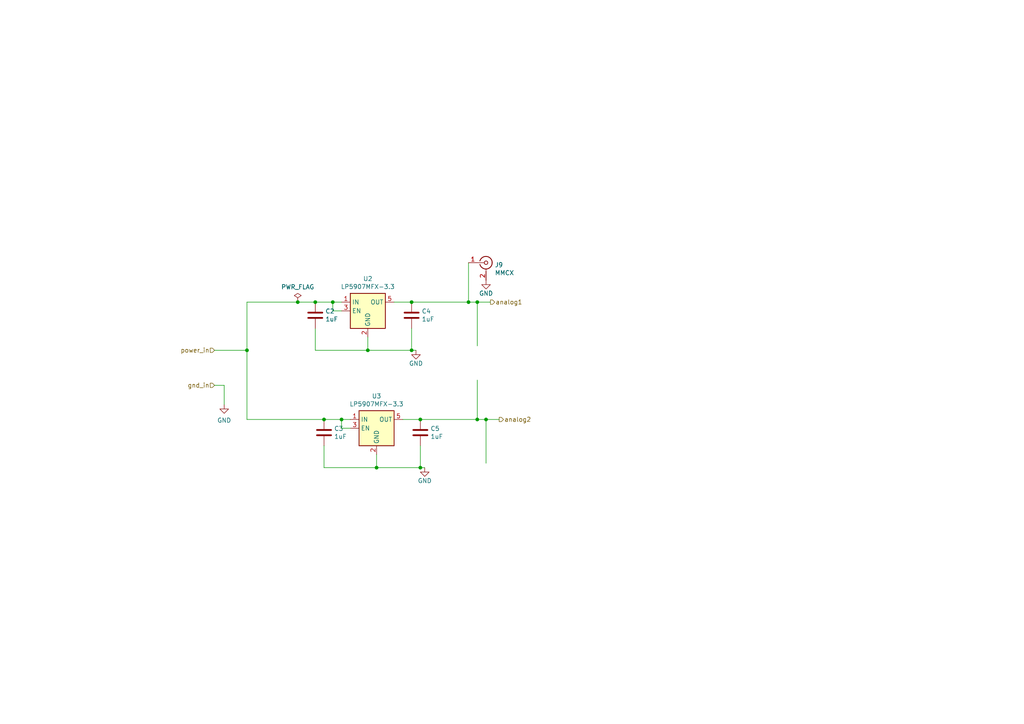
<source format=kicad_sch>
(kicad_sch (version 20211123) (generator eeschema)
  (paper "A4")
  (lib_symbols
    (symbol "0JLC:1uF" (pin_numbers hide) (pin_names (offset 0.254))
      (property "Reference" "C" (at 0.635 2.54 0))
      (property "Value" "0JLC_1uF" (at 0.635 -2.54 0))
      (symbol "1uF_0_1"
        (polyline (pts (xy -2.032 -0.762) (xy 2.032 -0.762)) (stroke (width 0.508)))
        (polyline (pts (xy -2.032 0.762) (xy 2.032 0.762)) (stroke (width 0.508)))
      )
      (symbol "1uF_1_1"
        (pin passive line (at 0 3.81 270) (length 2.794) (name "~") (number "1"))
        (pin passive line (at 0 -3.81 90) (length 2.794) (name "~") (number "2"))
      )
    )
    (symbol "0JLC:LP5907MFX-3.3"
      (property "Reference" "U" (at -3.81 6.35 0))
      (property "Value" "0JLC_LP5907MFX-3.3" (at 6.35 6.35 0))
      (symbol "LP5907MFX-3.3_0_1"
        (rectangle (start -5.08 -5.08) (end 5.08 5.08) (stroke (width 0.254)) (fill (type background)))
        (pin power_in line (at -7.62 2.54 0) (length 2.54) (name "IN") (number "1"))
        (pin power_in line (at 0 -7.62 90) (length 2.54) (name "GND") (number "2"))
        (pin input line (at -7.62 0 0) (length 2.54) (name "EN") (number "3"))
        (pin no_connect line (at 5.08 0 180) (length 2.54) hide (name "NC") (number "4"))
        (pin power_out line (at 7.62 2.54 180) (length 2.54) (name "OUT") (number "5"))
      )
    )
    (symbol "0my_intf:MMCX" (pin_names (offset 1.016) hide)
      (property "Reference" "J" (at 0.254 3.048 0))
      (property "Value" "0my_intf_MMCX" (at 2.921 0 90))
      (symbol "MMCX_0_1"
        (arc (start -1.778 -0.508) (mid 0.2311 -1.8066) (end 1.778 0) (stroke (width 0.254)))
        (polyline (pts (xy -2.54 0) (xy -0.508 0)))
        (polyline (pts (xy 0 -2.54) (xy 0 -1.778)))
        (circle (center 0 0) (radius 0.508) (stroke (width 0.2032)))
        (arc (start 1.778 0) (mid 0.2099 1.8101) (end -1.778 0.508) (stroke (width 0.254)))
      )
      (symbol "MMCX_1_1"
        (pin passive line (at -5.08 0 0) (length 2.54) (name "In") (number "1"))
        (pin passive line (at 0 -5.08 90) (length 2.54) (name "Ext") (number "2"))
      )
    )
    (symbol "power:GND" (power) (pin_names (offset 0))
      (property "Value" "GND" (at 0 -3.81 0))
      (symbol "GND_0_1"
        (polyline (pts (xy 0 0) (xy 0 -1.27) (xy 1.27 -1.27) (xy 0 -2.54) (xy -1.27 -1.27) (xy 0 -1.27)))
      )
      (symbol "GND_1_1"
        (pin power_in line (at 0 0 270) (length 0) hide (name "GND") (number "1"))
      )
    )
    (symbol "power:PWR_FLAG" (power) (pin_numbers hide) (pin_names (offset 0) hide)
      (property "Value" "PWR_FLAG" (at 0 3.81 0))
      (symbol "PWR_FLAG_0_0"
        (pin power_out line (at 0 0 90) (length 0) (name "pwr") (number "1"))
      )
      (symbol "PWR_FLAG_0_1"
        (polyline (pts (xy 0 0) (xy 0 1.27) (xy -1.016 1.905) (xy 0 2.54) (xy 1.016 1.905) (xy 0 1.27)))
      )
    )
  )
  (junction (at 106.68 101.6))
  (junction (at 99.06 121.666))
  (junction (at 121.92 135.636))
  (junction (at 135.89 87.63))
  (junction (at 140.97 121.666))
  (junction (at 96.52 87.63))
  (junction (at 138.43 87.63))
  (junction (at 93.98 121.666))
  (junction (at 109.22 135.636))
  (junction (at 86.36 87.63))
  (junction (at 119.38 87.63))
  (junction (at 121.92 121.666))
  (junction (at 119.38 101.6))
  (junction (at 71.628 101.6))
  (junction (at 138.43 121.666))
  (junction (at 91.44 87.63))
  (wire (pts (xy 121.92 121.666) (xy 116.84 121.666)))
  (wire (pts (xy 99.06 121.666) (xy 99.06 124.206)))
  (wire (pts (xy 121.92 129.286) (xy 121.92 135.636)))
  (wire (pts (xy 93.98 135.636) (xy 93.98 129.286)))
  (wire (pts (xy 86.36 87.63) (xy 91.44 87.63)))
  (wire (pts (xy 62.23 101.6) (xy 71.628 101.6)))
  (wire (pts (xy 91.44 87.63) (xy 96.52 87.63)))
  (wire (pts (xy 99.06 124.206) (xy 101.6 124.206)))
  (wire (pts (xy 106.68 101.6) (xy 91.44 101.6)))
  (wire (pts (xy 62.23 111.76) (xy 65.024 111.76)))
  (wire (pts (xy 138.43 121.666) (xy 140.97 121.666)))
  (wire (pts (xy 71.628 87.63) (xy 86.36 87.63)))
  (wire (pts (xy 96.52 87.63) (xy 96.52 90.17)))
  (wire (pts (xy 109.22 135.636) (xy 121.92 135.636)))
  (wire (pts (xy 71.628 121.666) (xy 93.98 121.666)))
  (wire (pts (xy 96.52 90.17) (xy 99.06 90.17)))
  (wire (pts (xy 119.38 95.25) (xy 119.38 101.6)))
  (wire (pts (xy 96.52 87.63) (xy 99.06 87.63)))
  (wire (pts (xy 135.89 76.2) (xy 135.89 87.63)))
  (wire (pts (xy 138.43 87.63) (xy 142.24 87.63)))
  (wire (pts (xy 71.628 101.6) (xy 71.628 121.666)))
  (wire (pts (xy 135.89 87.63) (xy 138.43 87.63)))
  (wire (pts (xy 109.22 135.636) (xy 93.98 135.636)))
  (wire (pts (xy 140.97 121.666) (xy 144.78 121.666)))
  (wire (pts (xy 91.44 101.6) (xy 91.44 95.25)))
  (wire (pts (xy 109.22 131.826) (xy 109.22 135.636)))
  (wire (pts (xy 119.38 87.63) (xy 135.89 87.63)))
  (wire (pts (xy 138.43 100.33) (xy 138.43 87.63)))
  (wire (pts (xy 119.38 101.6) (xy 120.65 101.6)))
  (wire (pts (xy 138.43 110.236) (xy 138.43 121.666)))
  (wire (pts (xy 121.92 121.666) (xy 138.43 121.666)))
  (wire (pts (xy 93.98 121.666) (xy 99.06 121.666)))
  (wire (pts (xy 99.06 121.666) (xy 101.6 121.666)))
  (wire (pts (xy 140.97 134.366) (xy 140.97 121.666)))
  (wire (pts (xy 106.68 101.6) (xy 119.38 101.6)))
  (wire (pts (xy 119.38 87.63) (xy 114.3 87.63)))
  (wire (pts (xy 106.68 97.79) (xy 106.68 101.6)))
  (wire (pts (xy 65.024 111.76) (xy 65.024 117.348)))
  (wire (pts (xy 71.628 87.63) (xy 71.628 101.6)))
  (wire (pts (xy 121.92 135.636) (xy 123.19 135.636)))
  (hierarchical_label "power_in" (shape input) (at 62.23 101.6 180))
  (hierarchical_label "analog1" (shape output) (at 142.24 87.63 0))
  (hierarchical_label "gnd_in" (shape input) (at 62.23 111.76 180))
  (hierarchical_label "analog2" (shape output) (at 144.78 121.666 0))
  (symbol (lib_id "0JLC:LP5907MFX-3.3") (at 106.68 90.17 0) (unit 1)
    (property "Reference" "U2" (at 106.68 80.8482 0))
    (property "Value" "LP5907MFX-3.3" (at 106.68 83.1596 0))
    (property "Footprint" "Package_TO_SOT_SMD:SOT-23-5" (effects hide))
    (property "Datasheet" "http://www.ti.com/lit/ds/symlink/lp5907.pdf" (effects hide))
    (property "LCSC" "C80670" (effects hide))
    (property "MPN" "LP5907MFX-3.3/NOPB" (effects hide))
  )
  (symbol (lib_id "0JLC:1uF") (at 91.44 91.44 0) (unit 1)
    (property "Reference" "C2" (at 94.361 90.2716 0) (effects (justify left)))
    (property "Value" "1uF" (at 94.361 92.583 0) (effects (justify left)))
    (property "Footprint" "Capacitor_SMD:C_0603_1608Metric_Pad1.05x0.95mm_HandSolder" (effects hide))
    (property "LCSC" "C15849" (effects hide))
    (property "MPN" "CL10A105KB8NNNC" (effects hide))
  )
  (symbol (lib_id "0JLC:1uF") (at 119.38 91.44 0) (unit 1)
    (property "Reference" "C4" (at 122.301 90.2716 0) (effects (justify left)))
    (property "Value" "1uF" (at 122.301 92.583 0) (effects (justify left)))
    (property "Footprint" "Capacitor_SMD:C_0603_1608Metric_Pad1.05x0.95mm_HandSolder" (effects hide))
    (property "LCSC" "C15849" (effects hide))
    (property "MPN" "CL10A105KB8NNNC" (effects hide))
  )
  (symbol (lib_id "power:GND") (at 120.65 101.6 0) (unit 1)
    (property "Reference" "#PWR015" (effects hide))
    (property "Value" "GND" (at 120.65 105.41 0))
  )
  (symbol (lib_id "0my_intf:MMCX") (at 140.97 76.2 0) (unit 1)
    (property "Reference" "J9" (at 143.51 76.835 0) (effects (justify left)))
    (property "Value" "MMCX" (at 143.51 79.1464 0) (effects (justify left)))
    (property "Footprint" "0my_footprints:MMCX_JLC" (effects hide))
    (property "Datasheet" " ~" (effects hide))
    (property "LCSC" "C530664" (effects hide))
    (property "MPN" "KH-MMCX-Z" (effects hide))
  )
  (symbol (lib_id "power:GND") (at 140.97 81.28 0) (unit 1)
    (property "Reference" "#PWR017" (effects hide))
    (property "Value" "GND" (at 140.97 85.09 0))
  )
  (symbol (lib_id "power:PWR_FLAG") (at 86.36 87.63 0) (unit 1)
    (property "Reference" "#FLG01" (effects hide))
    (property "Value" "PWR_FLAG" (at 86.36 83.2358 0))
  )
  (symbol (lib_id "0JLC:1uF") (at 121.92 125.476 0) (unit 1)
    (property "Reference" "C5" (at 124.841 124.3076 0) (effects (justify left)))
    (property "Value" "1uF" (at 124.841 126.619 0) (effects (justify left)))
    (property "Footprint" "Capacitor_SMD:C_0603_1608Metric_Pad1.08x0.95mm_HandSolder" (effects hide))
    (property "LCSC" "C15849" (effects hide))
    (property "MPN" "CL10A105KB8NNNC" (effects hide))
  )
  (symbol (lib_id "power:GND") (at 123.19 135.636 0) (unit 1)
    (property "Reference" "#PWR016" (effects hide))
    (property "Value" "GND" (at 123.19 139.446 0))
  )
  (symbol (lib_id "0JLC:1uF") (at 93.98 125.476 0) (unit 1)
    (property "Reference" "C3" (at 96.901 124.3076 0) (effects (justify left)))
    (property "Value" "1uF" (at 96.901 126.619 0) (effects (justify left)))
    (property "Footprint" "Capacitor_SMD:C_0603_1608Metric_Pad1.08x0.95mm_HandSolder" (effects hide))
    (property "LCSC" "C15849" (effects hide))
    (property "MPN" "CL10A105KB8NNNC" (effects hide))
  )
  (symbol (lib_id "power:GND") (at 65.024 117.348 0) (unit 1)
    (property "Reference" "#PWR014" (effects hide))
    (property "Value" "GND" (at 65.024 121.92 0))
  )
  (symbol (lib_id "0JLC:LP5907MFX-3.3") (at 109.22 124.206 0) (unit 1)
    (property "Reference" "U3" (at 109.22 114.8842 0))
    (property "Value" "LP5907MFX-3.3" (at 109.22 117.1956 0))
    (property "Footprint" "Package_TO_SOT_SMD:SOT-23-5" (effects hide))
    (property "Datasheet" "http://www.ti.com/lit/ds/symlink/lp5907.pdf" (effects hide))
    (property "LCSC" "C80670" (effects hide))
    (property "MPN" "LP5907MFX-3.3/NOPB" (effects hide))
  )
)
</source>
